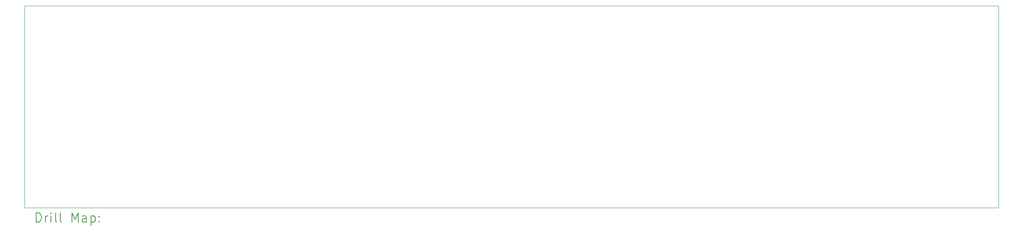
<source format=gbr>
%FSLAX45Y45*%
G04 Gerber Fmt 4.5, Leading zero omitted, Abs format (unit mm)*
G04 Created by KiCad (PCBNEW (6.0.0)) date 2022-08-27 11:07:17*
%MOMM*%
%LPD*%
G01*
G04 APERTURE LIST*
%TA.AperFunction,Profile*%
%ADD10C,0.100000*%
%TD*%
%ADD11C,0.200000*%
G04 APERTURE END LIST*
D10*
X2000000Y-10000000D02*
X23200000Y-10000000D01*
X23200000Y-10000000D02*
X23200000Y-14400000D01*
X23200000Y-14400000D02*
X2000000Y-14400000D01*
X2000000Y-14400000D02*
X2000000Y-10000000D01*
D11*
X2252619Y-14715476D02*
X2252619Y-14515476D01*
X2300238Y-14515476D01*
X2328810Y-14525000D01*
X2347857Y-14544048D01*
X2357381Y-14563095D01*
X2366905Y-14601190D01*
X2366905Y-14629762D01*
X2357381Y-14667857D01*
X2347857Y-14686905D01*
X2328810Y-14705952D01*
X2300238Y-14715476D01*
X2252619Y-14715476D01*
X2452619Y-14715476D02*
X2452619Y-14582143D01*
X2452619Y-14620238D02*
X2462143Y-14601190D01*
X2471667Y-14591667D01*
X2490714Y-14582143D01*
X2509762Y-14582143D01*
X2576429Y-14715476D02*
X2576429Y-14582143D01*
X2576429Y-14515476D02*
X2566905Y-14525000D01*
X2576429Y-14534524D01*
X2585952Y-14525000D01*
X2576429Y-14515476D01*
X2576429Y-14534524D01*
X2700238Y-14715476D02*
X2681190Y-14705952D01*
X2671667Y-14686905D01*
X2671667Y-14515476D01*
X2805000Y-14715476D02*
X2785952Y-14705952D01*
X2776429Y-14686905D01*
X2776429Y-14515476D01*
X3033571Y-14715476D02*
X3033571Y-14515476D01*
X3100238Y-14658333D01*
X3166905Y-14515476D01*
X3166905Y-14715476D01*
X3347857Y-14715476D02*
X3347857Y-14610714D01*
X3338333Y-14591667D01*
X3319286Y-14582143D01*
X3281190Y-14582143D01*
X3262143Y-14591667D01*
X3347857Y-14705952D02*
X3328809Y-14715476D01*
X3281190Y-14715476D01*
X3262143Y-14705952D01*
X3252619Y-14686905D01*
X3252619Y-14667857D01*
X3262143Y-14648809D01*
X3281190Y-14639286D01*
X3328809Y-14639286D01*
X3347857Y-14629762D01*
X3443095Y-14582143D02*
X3443095Y-14782143D01*
X3443095Y-14591667D02*
X3462143Y-14582143D01*
X3500238Y-14582143D01*
X3519286Y-14591667D01*
X3528809Y-14601190D01*
X3538333Y-14620238D01*
X3538333Y-14677381D01*
X3528809Y-14696428D01*
X3519286Y-14705952D01*
X3500238Y-14715476D01*
X3462143Y-14715476D01*
X3443095Y-14705952D01*
X3624048Y-14696428D02*
X3633571Y-14705952D01*
X3624048Y-14715476D01*
X3614524Y-14705952D01*
X3624048Y-14696428D01*
X3624048Y-14715476D01*
X3624048Y-14591667D02*
X3633571Y-14601190D01*
X3624048Y-14610714D01*
X3614524Y-14601190D01*
X3624048Y-14591667D01*
X3624048Y-14610714D01*
M02*

</source>
